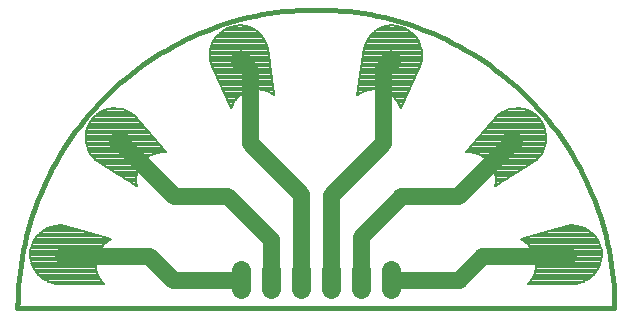
<source format=gtl>
G75*
%MOIN*%
%OFA0B0*%
%FSLAX25Y25*%
%IPPOS*%
%LPD*%
%AMOC8*
5,1,8,0,0,1.08239X$1,22.5*
%
%ADD10C,0.01600*%
%ADD11C,0.07124*%
%ADD12C,0.00800*%
%ADD13C,0.06400*%
%ADD14C,0.05600*%
D10*
X0001800Y0035590D02*
X0200800Y0035590D01*
X0200770Y0038013D01*
X0200682Y0040434D01*
X0200535Y0042853D01*
X0200328Y0045267D01*
X0200063Y0047676D01*
X0199740Y0050077D01*
X0199358Y0052470D01*
X0198918Y0054853D01*
X0198420Y0057224D01*
X0197864Y0059583D01*
X0197251Y0061927D01*
X0196581Y0064256D01*
X0195855Y0066568D01*
X0195073Y0068861D01*
X0194235Y0071134D01*
X0193342Y0073387D01*
X0192394Y0075617D01*
X0191392Y0077823D01*
X0190337Y0080005D01*
X0189229Y0082160D01*
X0188069Y0084287D01*
X0186857Y0086386D01*
X0185595Y0088454D01*
X0184283Y0090491D01*
X0182921Y0092495D01*
X0181511Y0094466D01*
X0180054Y0096402D01*
X0178550Y0098301D01*
X0177000Y0100164D01*
X0175405Y0101988D01*
X0173766Y0103773D01*
X0172084Y0105517D01*
X0170360Y0107220D01*
X0168596Y0108881D01*
X0166791Y0110498D01*
X0164947Y0112070D01*
X0163066Y0113598D01*
X0161148Y0115079D01*
X0159195Y0116512D01*
X0157207Y0117898D01*
X0155186Y0119235D01*
X0153134Y0120523D01*
X0151050Y0121760D01*
X0148937Y0122945D01*
X0146796Y0124080D01*
X0144627Y0125161D01*
X0142433Y0126190D01*
X0140215Y0127164D01*
X0137973Y0128085D01*
X0135710Y0128951D01*
X0133427Y0129761D01*
X0131124Y0130515D01*
X0128804Y0131213D01*
X0126467Y0131855D01*
X0124115Y0132439D01*
X0121750Y0132966D01*
X0119373Y0133435D01*
X0116985Y0133846D01*
X0114588Y0134199D01*
X0112182Y0134493D01*
X0109771Y0134729D01*
X0107354Y0134906D01*
X0104934Y0135024D01*
X0102512Y0135083D01*
X0100088Y0135083D01*
X0097666Y0135024D01*
X0095246Y0134906D01*
X0092829Y0134729D01*
X0090418Y0134493D01*
X0088012Y0134199D01*
X0085615Y0133846D01*
X0083227Y0133435D01*
X0080850Y0132966D01*
X0078485Y0132439D01*
X0076133Y0131855D01*
X0073796Y0131213D01*
X0071476Y0130515D01*
X0069173Y0129761D01*
X0066890Y0128951D01*
X0064627Y0128085D01*
X0062385Y0127164D01*
X0060167Y0126190D01*
X0057973Y0125161D01*
X0055804Y0124080D01*
X0053663Y0122945D01*
X0051550Y0121760D01*
X0049466Y0120523D01*
X0047414Y0119235D01*
X0045393Y0117898D01*
X0043405Y0116512D01*
X0041452Y0115079D01*
X0039534Y0113598D01*
X0037653Y0112070D01*
X0035809Y0110498D01*
X0034004Y0108881D01*
X0032240Y0107220D01*
X0030516Y0105517D01*
X0028834Y0103773D01*
X0027195Y0101988D01*
X0025600Y0100164D01*
X0024050Y0098301D01*
X0022546Y0096402D01*
X0021089Y0094466D01*
X0019679Y0092495D01*
X0018317Y0090491D01*
X0017005Y0088454D01*
X0015743Y0086386D01*
X0014531Y0084287D01*
X0013371Y0082160D01*
X0012263Y0080005D01*
X0011208Y0077823D01*
X0010206Y0075617D01*
X0009258Y0073387D01*
X0008365Y0071134D01*
X0007527Y0068861D01*
X0006745Y0066568D01*
X0006019Y0064256D01*
X0005349Y0061927D01*
X0004736Y0059583D01*
X0004180Y0057224D01*
X0003682Y0054853D01*
X0003242Y0052470D01*
X0002860Y0050077D01*
X0002537Y0047676D01*
X0002272Y0045267D01*
X0002065Y0042853D01*
X0001918Y0040434D01*
X0001830Y0038013D01*
X0001800Y0035590D01*
X0001800Y0035840D02*
X0001800Y0036840D01*
D11*
X0017917Y0053073D03*
X0035889Y0091013D03*
X0076333Y0117977D03*
X0126267Y0117977D03*
X0166711Y0091013D03*
X0184683Y0053073D03*
D12*
X0193383Y0046203D02*
X0194446Y0047366D01*
X0195314Y0048681D01*
X0195966Y0050116D01*
X0196385Y0051635D01*
X0196561Y0053201D01*
X0196490Y0054775D01*
X0196114Y0056305D01*
X0195502Y0057757D01*
X0194672Y0059096D01*
X0193641Y0060288D01*
X0192438Y0061304D01*
X0191090Y0062120D01*
X0189630Y0062715D01*
X0188096Y0063074D01*
X0186525Y0063189D01*
X0184955Y0063056D01*
X0169705Y0058472D01*
X0170952Y0057713D01*
X0172061Y0056765D01*
X0173006Y0055651D01*
X0173760Y0054402D01*
X0174306Y0053048D01*
X0174630Y0051624D01*
X0174722Y0050167D01*
X0174580Y0048715D01*
X0174209Y0047303D01*
X0173617Y0045968D01*
X0172820Y0044745D01*
X0171839Y0043665D01*
X0187763Y0043573D01*
X0189306Y0043889D01*
X0190781Y0044443D01*
X0192152Y0045221D01*
X0193383Y0046203D01*
X0193041Y0045930D02*
X0173592Y0045930D01*
X0173954Y0046729D02*
X0193864Y0046729D01*
X0194553Y0047527D02*
X0174268Y0047527D01*
X0174478Y0048326D02*
X0195080Y0048326D01*
X0195515Y0049124D02*
X0174620Y0049124D01*
X0174698Y0049923D02*
X0195878Y0049923D01*
X0196133Y0050721D02*
X0174687Y0050721D01*
X0174636Y0051520D02*
X0196353Y0051520D01*
X0196462Y0052318D02*
X0174472Y0052318D01*
X0174279Y0053117D02*
X0196552Y0053117D01*
X0196529Y0053915D02*
X0173957Y0053915D01*
X0173572Y0054714D02*
X0196493Y0054714D01*
X0196309Y0055512D02*
X0173090Y0055512D01*
X0172446Y0056311D02*
X0196111Y0056311D01*
X0195775Y0057110D02*
X0171658Y0057110D01*
X0170631Y0057908D02*
X0195409Y0057908D01*
X0194913Y0058707D02*
X0170484Y0058707D01*
X0173140Y0059505D02*
X0194318Y0059505D01*
X0193623Y0060304D02*
X0175797Y0060304D01*
X0178453Y0061102D02*
X0192677Y0061102D01*
X0191452Y0061901D02*
X0181110Y0061901D01*
X0183766Y0062699D02*
X0189669Y0062699D01*
X0164950Y0078669D02*
X0161234Y0078669D01*
X0161237Y0079055D02*
X0161227Y0077596D01*
X0160985Y0076156D01*
X0174435Y0084682D01*
X0175563Y0085782D01*
X0176505Y0087045D01*
X0177238Y0088439D01*
X0177744Y0089932D01*
X0178010Y0091485D01*
X0178030Y0093060D01*
X0177803Y0094619D01*
X0177335Y0096124D01*
X0176637Y0097537D01*
X0175727Y0098823D01*
X0174584Y0099907D01*
X0173285Y0100799D01*
X0171863Y0101477D01*
X0170352Y0101924D01*
X0168789Y0102129D01*
X0167214Y0102087D01*
X0165665Y0101799D01*
X0164180Y0101273D01*
X0162796Y0100520D01*
X0161546Y0099561D01*
X0151189Y0087464D01*
X0152649Y0087499D01*
X0154095Y0087300D01*
X0155491Y0086874D01*
X0156801Y0086230D01*
X0157992Y0085386D01*
X0159033Y0084362D01*
X0159898Y0083186D01*
X0160564Y0081887D01*
X0161014Y0080498D01*
X0161237Y0079055D01*
X0161173Y0079468D02*
X0166209Y0079468D01*
X0167469Y0080266D02*
X0161050Y0080266D01*
X0160830Y0081065D02*
X0168729Y0081065D01*
X0169989Y0081863D02*
X0160571Y0081863D01*
X0160166Y0082662D02*
X0171248Y0082662D01*
X0172508Y0083460D02*
X0159696Y0083460D01*
X0159109Y0084259D02*
X0173768Y0084259D01*
X0174820Y0085057D02*
X0158326Y0085057D01*
X0157329Y0085856D02*
X0175618Y0085856D01*
X0176214Y0086654D02*
X0155937Y0086654D01*
X0152983Y0087453D02*
X0176719Y0087453D01*
X0177139Y0088251D02*
X0151863Y0088251D01*
X0152547Y0089050D02*
X0177445Y0089050D01*
X0177715Y0089848D02*
X0153231Y0089848D01*
X0153914Y0090647D02*
X0177866Y0090647D01*
X0178003Y0091445D02*
X0154598Y0091445D01*
X0155282Y0092244D02*
X0178019Y0092244D01*
X0178029Y0093043D02*
X0155965Y0093043D01*
X0156649Y0093841D02*
X0177916Y0093841D01*
X0177796Y0094640D02*
X0157333Y0094640D01*
X0158016Y0095438D02*
X0177548Y0095438D01*
X0177279Y0096237D02*
X0158700Y0096237D01*
X0159384Y0097035D02*
X0176885Y0097035D01*
X0176427Y0097834D02*
X0160067Y0097834D01*
X0160751Y0098632D02*
X0175863Y0098632D01*
X0175087Y0099431D02*
X0161435Y0099431D01*
X0162417Y0100229D02*
X0174115Y0100229D01*
X0172805Y0101028D02*
X0163730Y0101028D01*
X0165811Y0101826D02*
X0170681Y0101826D01*
X0136189Y0116839D02*
X0136541Y0118375D01*
X0136649Y0119947D01*
X0136510Y0121516D01*
X0136126Y0123045D01*
X0135509Y0124494D01*
X0134672Y0125829D01*
X0133637Y0127017D01*
X0132428Y0128028D01*
X0131077Y0128838D01*
X0129615Y0129426D01*
X0128067Y0129718D01*
X0126492Y0129764D01*
X0124929Y0129563D01*
X0123417Y0129120D01*
X0121993Y0128446D01*
X0120691Y0127558D01*
X0119545Y0126477D01*
X0118582Y0125230D01*
X0117826Y0123848D01*
X0117295Y0122364D01*
X0115142Y0106586D01*
X0116350Y0107406D01*
X0117674Y0108022D01*
X0119078Y0108420D01*
X0120528Y0108588D01*
X0121987Y0108524D01*
X0123416Y0108227D01*
X0124780Y0107707D01*
X0126043Y0106976D01*
X0127174Y0106052D01*
X0128143Y0104961D01*
X0128926Y0103728D01*
X0129502Y0102387D01*
X0136189Y0116839D01*
X0136225Y0116998D02*
X0116563Y0116998D01*
X0116672Y0117796D02*
X0136409Y0117796D01*
X0136556Y0118595D02*
X0116781Y0118595D01*
X0116890Y0119393D02*
X0136611Y0119393D01*
X0136627Y0120192D02*
X0116999Y0120192D01*
X0117108Y0120990D02*
X0136556Y0120990D01*
X0136441Y0121789D02*
X0117217Y0121789D01*
X0117375Y0122587D02*
X0136241Y0122587D01*
X0135981Y0123386D02*
X0117661Y0123386D01*
X0118010Y0124184D02*
X0135641Y0124184D01*
X0135202Y0124983D02*
X0118447Y0124983D01*
X0119008Y0125781D02*
X0134702Y0125781D01*
X0134018Y0126580D02*
X0119654Y0126580D01*
X0120501Y0127379D02*
X0133205Y0127379D01*
X0132180Y0128177D02*
X0121598Y0128177D01*
X0123111Y0128976D02*
X0130735Y0128976D01*
X0135893Y0116199D02*
X0116454Y0116199D01*
X0116345Y0115401D02*
X0135523Y0115401D01*
X0135154Y0114602D02*
X0116236Y0114602D01*
X0116127Y0113804D02*
X0134784Y0113804D01*
X0134415Y0113005D02*
X0116018Y0113005D01*
X0115909Y0112207D02*
X0134045Y0112207D01*
X0133676Y0111408D02*
X0115800Y0111408D01*
X0115691Y0110610D02*
X0133307Y0110610D01*
X0132937Y0109811D02*
X0115582Y0109811D01*
X0115474Y0109013D02*
X0132568Y0109013D01*
X0132198Y0108214D02*
X0123451Y0108214D01*
X0125283Y0107416D02*
X0131829Y0107416D01*
X0131459Y0106617D02*
X0126482Y0106617D01*
X0127381Y0105819D02*
X0131090Y0105819D01*
X0130720Y0105020D02*
X0128090Y0105020D01*
X0128612Y0104222D02*
X0130351Y0104222D01*
X0129981Y0103423D02*
X0129057Y0103423D01*
X0129400Y0102625D02*
X0129612Y0102625D01*
X0118352Y0108214D02*
X0115365Y0108214D01*
X0115256Y0107416D02*
X0116372Y0107416D01*
X0115188Y0106617D02*
X0115147Y0106617D01*
X0087458Y0106586D02*
X0085305Y0122364D01*
X0084774Y0123848D01*
X0084018Y0125230D01*
X0083055Y0126477D01*
X0081909Y0127558D01*
X0080608Y0128447D01*
X0079183Y0129120D01*
X0077671Y0129563D01*
X0076108Y0129764D01*
X0074533Y0129718D01*
X0072985Y0129426D01*
X0071523Y0128838D01*
X0070172Y0128028D01*
X0068963Y0127017D01*
X0067928Y0125829D01*
X0067091Y0124494D01*
X0066474Y0123044D01*
X0066091Y0121516D01*
X0065951Y0119947D01*
X0066059Y0118375D01*
X0066411Y0116839D01*
X0073098Y0102387D01*
X0073674Y0103728D01*
X0074457Y0104961D01*
X0075426Y0106052D01*
X0076557Y0106976D01*
X0077820Y0107707D01*
X0079184Y0108227D01*
X0080613Y0108524D01*
X0082072Y0108588D01*
X0083522Y0108420D01*
X0084926Y0108022D01*
X0086250Y0107406D01*
X0087458Y0106586D01*
X0087453Y0106617D02*
X0087411Y0106617D01*
X0087344Y0107416D02*
X0086228Y0107416D01*
X0087235Y0108214D02*
X0084248Y0108214D01*
X0087018Y0109811D02*
X0069663Y0109811D01*
X0070032Y0109013D02*
X0087126Y0109013D01*
X0086909Y0110610D02*
X0069293Y0110610D01*
X0068924Y0111408D02*
X0086800Y0111408D01*
X0086691Y0112207D02*
X0068555Y0112207D01*
X0068185Y0113005D02*
X0086582Y0113005D01*
X0086473Y0113804D02*
X0067816Y0113804D01*
X0067446Y0114602D02*
X0086364Y0114602D01*
X0086255Y0115401D02*
X0067077Y0115401D01*
X0066707Y0116199D02*
X0086146Y0116199D01*
X0086037Y0116998D02*
X0066375Y0116998D01*
X0066191Y0117796D02*
X0085928Y0117796D01*
X0085819Y0118595D02*
X0066044Y0118595D01*
X0065989Y0119393D02*
X0085710Y0119393D01*
X0085601Y0120192D02*
X0065973Y0120192D01*
X0066044Y0120990D02*
X0085492Y0120990D01*
X0085383Y0121789D02*
X0066159Y0121789D01*
X0066359Y0122587D02*
X0085225Y0122587D01*
X0084939Y0123386D02*
X0066619Y0123386D01*
X0066960Y0124184D02*
X0084590Y0124184D01*
X0084153Y0124983D02*
X0067398Y0124983D01*
X0067898Y0125781D02*
X0083592Y0125781D01*
X0082946Y0126580D02*
X0068583Y0126580D01*
X0069396Y0127379D02*
X0082099Y0127379D01*
X0081002Y0128177D02*
X0070420Y0128177D01*
X0071865Y0128976D02*
X0079490Y0128976D01*
X0079149Y0108214D02*
X0070402Y0108214D01*
X0070771Y0107416D02*
X0077317Y0107416D01*
X0076118Y0106617D02*
X0071141Y0106617D01*
X0071510Y0105819D02*
X0075219Y0105819D01*
X0074510Y0105020D02*
X0071880Y0105020D01*
X0072249Y0104222D02*
X0073988Y0104222D01*
X0073543Y0103423D02*
X0072619Y0103423D01*
X0072988Y0102625D02*
X0073200Y0102625D01*
X0051411Y0087464D02*
X0041054Y0099561D01*
X0039804Y0100520D01*
X0038420Y0101273D01*
X0036935Y0101799D01*
X0035386Y0102087D01*
X0033811Y0102129D01*
X0032248Y0101924D01*
X0030737Y0101477D01*
X0029315Y0100799D01*
X0028016Y0099907D01*
X0026873Y0098823D01*
X0025963Y0097537D01*
X0025265Y0096124D01*
X0024797Y0094619D01*
X0024571Y0093060D01*
X0024590Y0091485D01*
X0024857Y0089932D01*
X0025362Y0088439D01*
X0026095Y0087045D01*
X0027037Y0085782D01*
X0028165Y0084682D01*
X0041615Y0076156D01*
X0041373Y0077596D01*
X0041363Y0079055D01*
X0041586Y0080498D01*
X0042036Y0081887D01*
X0042702Y0083186D01*
X0043567Y0084362D01*
X0044608Y0085386D01*
X0045799Y0086230D01*
X0047109Y0086874D01*
X0048505Y0087300D01*
X0049951Y0087499D01*
X0051411Y0087464D01*
X0050737Y0088251D02*
X0025461Y0088251D01*
X0025155Y0089050D02*
X0050053Y0089050D01*
X0049369Y0089848D02*
X0024885Y0089848D01*
X0024734Y0090647D02*
X0048686Y0090647D01*
X0048002Y0091445D02*
X0024597Y0091445D01*
X0024581Y0092244D02*
X0047318Y0092244D01*
X0046635Y0093043D02*
X0024571Y0093043D01*
X0024684Y0093841D02*
X0045951Y0093841D01*
X0045267Y0094640D02*
X0024804Y0094640D01*
X0025052Y0095438D02*
X0044584Y0095438D01*
X0043900Y0096237D02*
X0025321Y0096237D01*
X0025715Y0097035D02*
X0043216Y0097035D01*
X0042533Y0097834D02*
X0026173Y0097834D01*
X0026737Y0098632D02*
X0041849Y0098632D01*
X0041165Y0099431D02*
X0027513Y0099431D01*
X0028485Y0100229D02*
X0040183Y0100229D01*
X0038871Y0101028D02*
X0029794Y0101028D01*
X0031918Y0101826D02*
X0036789Y0101826D01*
X0025881Y0087453D02*
X0049617Y0087453D01*
X0046663Y0086654D02*
X0026386Y0086654D01*
X0026982Y0085856D02*
X0045271Y0085856D01*
X0044274Y0085057D02*
X0027780Y0085057D01*
X0028832Y0084259D02*
X0043491Y0084259D01*
X0042904Y0083460D02*
X0030092Y0083460D01*
X0031352Y0082662D02*
X0042434Y0082662D01*
X0042029Y0081863D02*
X0032611Y0081863D01*
X0033871Y0081065D02*
X0041770Y0081065D01*
X0041550Y0080266D02*
X0035131Y0080266D01*
X0036391Y0079468D02*
X0041427Y0079468D01*
X0041366Y0078669D02*
X0037650Y0078669D01*
X0038910Y0077871D02*
X0041371Y0077871D01*
X0041461Y0077072D02*
X0040170Y0077072D01*
X0041430Y0076274D02*
X0041595Y0076274D01*
X0021490Y0061901D02*
X0011147Y0061901D01*
X0011510Y0062120D02*
X0010162Y0061304D01*
X0008958Y0060288D01*
X0007928Y0059096D01*
X0007097Y0057757D01*
X0006486Y0056305D01*
X0006110Y0054775D01*
X0006039Y0053201D01*
X0006215Y0051635D01*
X0006634Y0050116D01*
X0007286Y0048681D01*
X0008154Y0047366D01*
X0009217Y0046203D01*
X0010449Y0045221D01*
X0011819Y0044443D01*
X0013294Y0043889D01*
X0014837Y0043573D01*
X0030761Y0043665D01*
X0029780Y0044745D01*
X0028983Y0045968D01*
X0028391Y0047303D01*
X0028020Y0048715D01*
X0027878Y0050167D01*
X0027970Y0051624D01*
X0028294Y0053048D01*
X0028840Y0054402D01*
X0029594Y0055651D01*
X0030539Y0056765D01*
X0031648Y0057713D01*
X0032895Y0058472D01*
X0017645Y0063056D01*
X0016075Y0063189D01*
X0014504Y0063074D01*
X0012969Y0062715D01*
X0011510Y0062120D01*
X0012931Y0062699D02*
X0018834Y0062699D01*
X0024147Y0061102D02*
X0009923Y0061102D01*
X0008977Y0060304D02*
X0026803Y0060304D01*
X0029460Y0059505D02*
X0008282Y0059505D01*
X0007687Y0058707D02*
X0032116Y0058707D01*
X0031969Y0057908D02*
X0007191Y0057908D01*
X0006825Y0057110D02*
X0030942Y0057110D01*
X0030154Y0056311D02*
X0006489Y0056311D01*
X0006291Y0055512D02*
X0029510Y0055512D01*
X0029028Y0054714D02*
X0006107Y0054714D01*
X0006071Y0053915D02*
X0028643Y0053915D01*
X0028321Y0053117D02*
X0006048Y0053117D01*
X0006138Y0052318D02*
X0028128Y0052318D01*
X0027964Y0051520D02*
X0006247Y0051520D01*
X0006467Y0050721D02*
X0027913Y0050721D01*
X0027902Y0049923D02*
X0006722Y0049923D01*
X0007085Y0049124D02*
X0027980Y0049124D01*
X0028122Y0048326D02*
X0007521Y0048326D01*
X0008048Y0047527D02*
X0028332Y0047527D01*
X0028646Y0046729D02*
X0008736Y0046729D01*
X0009559Y0045930D02*
X0029008Y0045930D01*
X0029528Y0045132D02*
X0010605Y0045132D01*
X0012111Y0044333D02*
X0030154Y0044333D01*
X0161005Y0076274D02*
X0161170Y0076274D01*
X0161139Y0077072D02*
X0162430Y0077072D01*
X0161229Y0077871D02*
X0163690Y0077871D01*
X0173072Y0045132D02*
X0191995Y0045132D01*
X0190490Y0044333D02*
X0172446Y0044333D01*
D13*
X0126200Y0041800D02*
X0126200Y0048200D01*
X0116200Y0048200D02*
X0116200Y0041800D01*
X0106200Y0041800D02*
X0106200Y0048200D01*
X0096200Y0048200D02*
X0096200Y0041800D01*
X0086200Y0041800D02*
X0086200Y0048200D01*
X0076200Y0048200D02*
X0076200Y0041800D01*
D14*
X0076200Y0045000D02*
X0053640Y0045000D01*
X0045800Y0052840D01*
X0018150Y0052840D01*
X0017917Y0053073D01*
X0054062Y0072840D02*
X0035889Y0091013D01*
X0054062Y0072840D02*
X0071800Y0072840D01*
X0086200Y0058440D01*
X0086200Y0045000D01*
X0096200Y0045000D02*
X0096200Y0073640D01*
X0079400Y0090440D01*
X0079400Y0114910D01*
X0076333Y0117977D01*
X0123600Y0115310D02*
X0123600Y0090740D01*
X0106200Y0073340D01*
X0106200Y0045000D01*
X0116200Y0045000D02*
X0116200Y0059240D01*
X0129800Y0072840D01*
X0148538Y0072840D01*
X0166711Y0091013D01*
X0126267Y0117977D02*
X0123600Y0115310D01*
X0156800Y0052840D02*
X0184450Y0052840D01*
X0184683Y0053073D01*
X0156800Y0052840D02*
X0148960Y0045000D01*
X0126200Y0045000D01*
M02*

</source>
